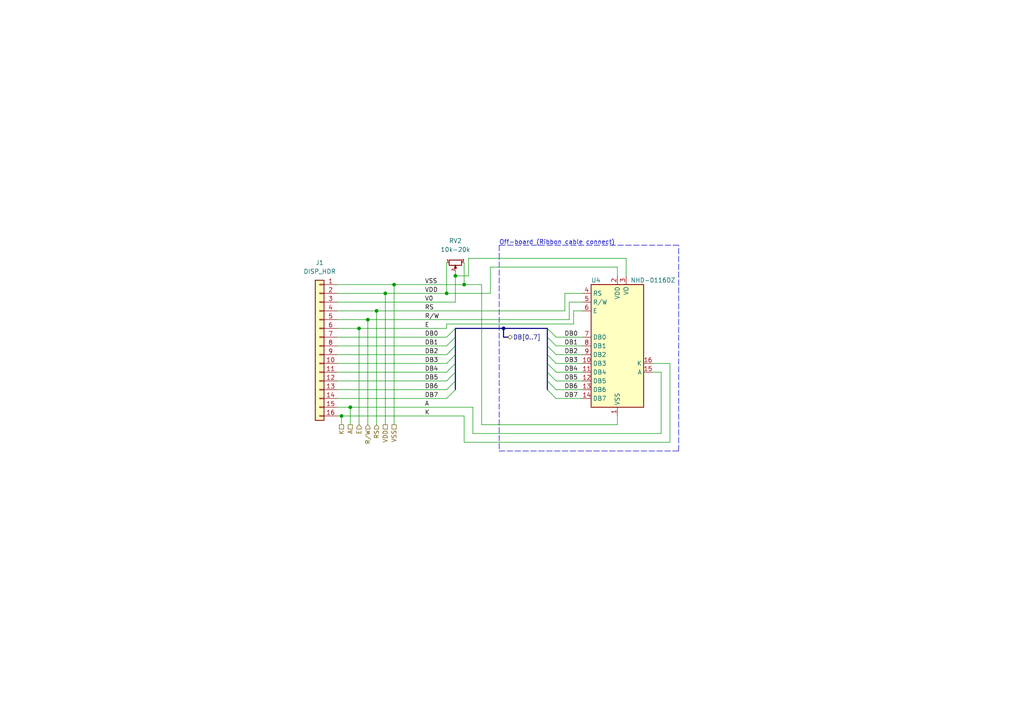
<source format=kicad_sch>
(kicad_sch (version 20211123) (generator eeschema)
  (paper "A4")
  (title_block (title "Sunrise Clock Display Connection") (date "2023-01-04") (rev "0") (company "Microcode"))
  (lib_symbols
    (symbol "Connector_Generic:Conn_01x16" (pin_names (offset 1.016) hide)
      (property "Reference" "J" (at 0 20.32 0))
      (property "Value" "Conn_01x16" (at 0 -22.86 0))
      (symbol "Conn_01x16_1_1"
        (rectangle (start -1.27 -20.193) (end 0 -20.447) (stroke (width 0.1524)))
        (rectangle (start -1.27 -17.653) (end 0 -17.907) (stroke (width 0.1524)))
        (rectangle (start -1.27 -15.113) (end 0 -15.367) (stroke (width 0.1524)))
        (rectangle (start -1.27 -12.573) (end 0 -12.827) (stroke (width 0.1524)))
        (rectangle (start -1.27 -10.033) (end 0 -10.287) (stroke (width 0.1524)))
        (rectangle (start -1.27 -7.493) (end 0 -7.747) (stroke (width 0.1524)))
        (rectangle (start -1.27 -4.953) (end 0 -5.207) (stroke (width 0.1524)))
        (rectangle (start -1.27 -2.413) (end 0 -2.667) (stroke (width 0.1524)))
        (rectangle (start -1.27 0.127) (end 0 -0.127) (stroke (width 0.1524)))
        (rectangle (start -1.27 2.667) (end 0 2.413) (stroke (width 0.1524)))
        (rectangle (start -1.27 5.207) (end 0 4.953) (stroke (width 0.1524)))
        (rectangle (start -1.27 7.747) (end 0 7.493) (stroke (width 0.1524)))
        (rectangle (start -1.27 10.287) (end 0 10.033) (stroke (width 0.1524)))
        (rectangle (start -1.27 12.827) (end 0 12.573) (stroke (width 0.1524)))
        (rectangle (start -1.27 15.367) (end 0 15.113) (stroke (width 0.1524)))
        (rectangle (start -1.27 17.907) (end 0 17.653) (stroke (width 0.1524)))
        (rectangle (start -1.27 19.05) (end 1.27 -21.59) (stroke (width 0.254)) (fill (type background)))
        (pin passive line (at -5.08 17.78 0) (length 3.81) (name "Pin_1") (number "1"))
        (pin passive line (at -5.08 -5.08 0) (length 3.81) (name "Pin_10") (number "10"))
        (pin passive line (at -5.08 -7.62 0) (length 3.81) (name "Pin_11") (number "11"))
        (pin passive line (at -5.08 -10.16 0) (length 3.81) (name "Pin_12") (number "12"))
        (pin passive line (at -5.08 -12.7 0) (length 3.81) (name "Pin_13") (number "13"))
        (pin passive line (at -5.08 -15.24 0) (length 3.81) (name "Pin_14") (number "14"))
        (pin passive line (at -5.08 -17.78 0) (length 3.81) (name "Pin_15") (number "15"))
        (pin passive line (at -5.08 -20.32 0) (length 3.81) (name "Pin_16") (number "16"))
        (pin passive line (at -5.08 15.24 0) (length 3.81) (name "Pin_2") (number "2"))
        (pin passive line (at -5.08 12.7 0) (length 3.81) (name "Pin_3") (number "3"))
        (pin passive line (at -5.08 10.16 0) (length 3.81) (name "Pin_4") (number "4"))
        (pin passive line (at -5.08 7.62 0) (length 3.81) (name "Pin_5") (number "5"))
        (pin passive line (at -5.08 5.08 0) (length 3.81) (name "Pin_6") (number "6"))
        (pin passive line (at -5.08 2.54 0) (length 3.81) (name "Pin_7") (number "7"))
        (pin passive line (at -5.08 0 0) (length 3.81) (name "Pin_8") (number "8"))
        (pin passive line (at -5.08 -2.54 0) (length 3.81) (name "Pin_9") (number "9"))
      )
    )
    (symbol "Device:R_Potentiometer_Small" (pin_names (offset 1.016) hide)
      (property "Reference" "RV" (at -4.445 0 90))
      (property "Value" "R_Potentiometer_Small" (at -2.54 0 90))
      (symbol "R_Potentiometer_Small_0_1"
        (polyline (pts (xy 0.889 0) (xy 0.635 0) (xy 1.651 0.381) (xy 1.651 -0.381) (xy 0.635 0) (xy 0.889 0)) (fill (type outline)))
        (rectangle (start 0.762 1.8034) (end -0.762 -1.8034) (stroke (width 0.254)))
      )
      (symbol "R_Potentiometer_Small_1_1"
        (pin passive line (at 0 2.54 270) (length 0.635) (name "1") (number "1"))
        (pin passive line (at 2.54 0 180) (length 0.9906) (name "2") (number "2"))
        (pin passive line (at 0 -2.54 90) (length 0.635) (name "3") (number "3"))
      )
    )
    (symbol "custom:NHD-0116DZ"
      (property "Reference" "U" (at -6.35 19.05 0))
      (property "Value" "NHD-0116DZ" (at 5.08 19.05 0))
      (symbol "NHD-0116DZ_0_1"
        (rectangle (start -7.62 17.78) (end 7.62 -17.78) (stroke (width 0.254)) (fill (type background)))
      )
      (symbol "NHD-0116DZ_1_1"
        (pin power_in line (at 0 -20.32 90) (length 2.54) (name "VSS") (number "1"))
        (pin bidirectional line (at -10.16 -5.08 0) (length 2.54) (name "DB3") (number "10"))
        (pin bidirectional line (at -10.16 -7.62 0) (length 2.54) (name "DB4") (number "11"))
        (pin bidirectional line (at -10.16 -10.16 0) (length 2.54) (name "DB5") (number "12"))
        (pin bidirectional line (at -10.16 -12.7 0) (length 2.54) (name "DB6") (number "13"))
        (pin bidirectional line (at -10.16 -15.24 0) (length 2.54) (name "DB7") (number "14"))
        (pin passive line (at 10.16 -7.62 180) (length 2.54) (name "A") (number "15"))
        (pin passive line (at 10.16 -5.08 180) (length 2.54) (name "K") (number "16"))
        (pin power_in line (at 0 20.32 270) (length 2.54) (name "VDD") (number "2"))
        (pin power_in line (at 2.54 20.32 270) (length 2.54) (name "VO") (number "3"))
        (pin input line (at -10.16 15.24 0) (length 2.54) (name "RS") (number "4"))
        (pin input line (at -10.16 12.7 0) (length 2.54) (name "R/W") (number "5"))
        (pin input line (at -10.16 10.16 0) (length 2.54) (name "E") (number "6"))
        (pin bidirectional line (at -10.16 2.54 0) (length 2.54) (name "DB0") (number "7"))
        (pin bidirectional line (at -10.16 0 0) (length 2.54) (name "DB1") (number "8"))
        (pin bidirectional line (at -10.16 -2.54 0) (length 2.54) (name "DB2") (number "9"))
      )
    )
  )
  (junction (at 99.06 120.65))
  (junction (at 104.14 95.25))
  (junction (at 146.05 95.25))
  (junction (at 132.08 80.01))
  (junction (at 114.3 82.55))
  (junction (at 106.68 92.71))
  (junction (at 109.22 90.17))
  (junction (at 129.54 85.09))
  (junction (at 134.62 82.55))
  (junction (at 111.76 85.09))
  (junction (at 101.6 118.11))
  (bus_entry (at 161.29 107.95) (size -2.54 -2.54))
  (bus_entry (at 161.29 100.33) (size -2.54 -2.54))
  (bus_entry (at 129.54 105.41) (size 2.54 -2.54))
  (bus_entry (at 161.29 113.03) (size -2.54 -2.54))
  (bus_entry (at 129.54 115.57) (size 2.54 -2.54))
  (bus_entry (at 129.54 100.33) (size 2.54 -2.54))
  (bus_entry (at 161.29 115.57) (size -2.54 -2.54))
  (bus_entry (at 161.29 102.87) (size -2.54 -2.54))
  (bus_entry (at 129.54 107.95) (size 2.54 -2.54))
  (bus_entry (at 161.29 110.49) (size -2.54 -2.54))
  (bus_entry (at 161.29 105.41) (size -2.54 -2.54))
  (bus_entry (at 129.54 97.79) (size 2.54 -2.54))
  (bus_entry (at 129.54 113.03) (size 2.54 -2.54))
  (bus_entry (at 129.54 102.87) (size 2.54 -2.54))
  (bus_entry (at 129.54 110.49) (size 2.54 -2.54))
  (bus_entry (at 161.29 97.79) (size -2.54 -2.54))
  (wire (pts (xy 168.91 102.87) (xy 161.29 102.87)))
  (wire (pts (xy 101.6 118.11) (xy 101.6 123.19)))
  (bus (pts (xy 132.08 107.95) (xy 132.08 105.41)))
  (bus (pts (xy 158.75 97.79) (xy 158.75 100.33)))
  (bus (pts (xy 158.75 107.95) (xy 158.75 110.49)))
  (wire (pts (xy 191.77 125.73) (xy 137.16 125.73)))
  (bus (pts (xy 158.75 105.41) (xy 158.75 107.95)))
  (wire (pts (xy 134.62 76.2) (xy 134.62 82.55)))
  (wire (pts (xy 139.7 123.19) (xy 179.07 123.19)))
  (wire (pts (xy 194.31 128.27) (xy 134.62 128.27)))
  (bus (pts (xy 132.08 97.79) (xy 132.08 95.25)))
  (wire (pts (xy 179.07 77.47) (xy 142.24 77.47)))
  (wire (pts (xy 114.3 82.55) (xy 134.62 82.55)))
  (bus (pts (xy 146.05 95.25) (xy 158.75 95.25)))
  (wire (pts (xy 104.14 95.25) (xy 129.54 95.25)))
  (wire (pts (xy 165.1 87.63) (xy 168.91 87.63)))
  (bus (pts (xy 158.75 110.49) (xy 158.75 113.03)))
  (wire (pts (xy 181.61 74.93) (xy 181.61 80.01)))
  (wire (pts (xy 97.79 118.11) (xy 101.6 118.11)))
  (wire (pts (xy 132.08 87.63) (xy 132.08 80.01)))
  (wire (pts (xy 111.76 85.09) (xy 129.54 85.09)))
  (bus (pts (xy 158.75 95.25) (xy 158.75 97.79)))
  (wire (pts (xy 165.1 92.71) (xy 165.1 87.63)))
  (wire (pts (xy 97.79 110.49) (xy 129.54 110.49)))
  (wire (pts (xy 137.16 125.73) (xy 137.16 118.11)))
  (wire (pts (xy 97.79 87.63) (xy 132.08 87.63)))
  (wire (pts (xy 135.89 74.93) (xy 135.89 80.01)))
  (polyline (pts (xy 196.85 71.12) (xy 144.78 71.12)))
  (wire (pts (xy 168.91 113.03) (xy 161.29 113.03)))
  (wire (pts (xy 97.79 115.57) (xy 129.54 115.57)))
  (bus (pts (xy 158.75 100.33) (xy 158.75 102.87)))
  (wire (pts (xy 97.79 90.17) (xy 109.22 90.17)))
  (wire (pts (xy 97.79 113.03) (xy 129.54 113.03)))
  (polyline (pts (xy 196.85 130.81) (xy 196.85 71.12)))
  (wire (pts (xy 168.91 100.33) (xy 161.29 100.33)))
  (wire (pts (xy 168.91 97.79) (xy 161.29 97.79)))
  (bus (pts (xy 132.08 100.33) (xy 132.08 97.79)))
  (polyline (pts (xy 144.78 71.12) (xy 144.78 73.66)))
  (wire (pts (xy 97.79 120.65) (xy 99.06 120.65)))
  (wire (pts (xy 163.83 85.09) (xy 168.91 85.09)))
  (wire (pts (xy 168.91 115.57) (xy 161.29 115.57)))
  (wire (pts (xy 132.08 80.01) (xy 132.08 78.74)))
  (wire (pts (xy 163.83 90.17) (xy 163.83 85.09)))
  (wire (pts (xy 97.79 102.87) (xy 129.54 102.87)))
  (wire (pts (xy 139.7 82.55) (xy 139.7 123.19)))
  (wire (pts (xy 129.54 93.98) (xy 166.37 93.98)))
  (wire (pts (xy 101.6 118.11) (xy 137.16 118.11)))
  (bus (pts (xy 132.08 105.41) (xy 132.08 102.87)))
  (bus (pts (xy 132.08 110.49) (xy 132.08 107.95)))
  (wire (pts (xy 179.07 80.01) (xy 179.07 77.47)))
  (bus (pts (xy 132.08 95.25) (xy 146.05 95.25)))
  (wire (pts (xy 97.79 105.41) (xy 129.54 105.41)))
  (bus (pts (xy 147.32 97.79) (xy 146.05 97.79)))
  (wire (pts (xy 166.37 90.17) (xy 168.91 90.17)))
  (wire (pts (xy 109.22 90.17) (xy 109.22 123.19)))
  (polyline (pts (xy 144.78 73.66) (xy 144.78 130.81)))
  (wire (pts (xy 134.62 128.27) (xy 134.62 120.65)))
  (wire (pts (xy 191.77 107.95) (xy 191.77 125.73)))
  (bus (pts (xy 146.05 97.79) (xy 146.05 95.25)))
  (wire (pts (xy 106.68 92.71) (xy 165.1 92.71)))
  (wire (pts (xy 97.79 100.33) (xy 129.54 100.33)))
  (wire (pts (xy 97.79 97.79) (xy 129.54 97.79)))
  (wire (pts (xy 181.61 74.93) (xy 135.89 74.93)))
  (wire (pts (xy 179.07 123.19) (xy 179.07 120.65)))
  (bus (pts (xy 132.08 102.87) (xy 132.08 100.33)))
  (wire (pts (xy 97.79 92.71) (xy 106.68 92.71)))
  (wire (pts (xy 97.79 82.55) (xy 114.3 82.55)))
  (wire (pts (xy 189.23 105.41) (xy 194.31 105.41)))
  (wire (pts (xy 114.3 82.55) (xy 114.3 123.19)))
  (wire (pts (xy 189.23 107.95) (xy 191.77 107.95)))
  (wire (pts (xy 97.79 95.25) (xy 104.14 95.25)))
  (wire (pts (xy 134.62 82.55) (xy 139.7 82.55)))
  (wire (pts (xy 129.54 85.09) (xy 142.24 85.09)))
  (wire (pts (xy 194.31 105.41) (xy 194.31 128.27)))
  (wire (pts (xy 99.06 120.65) (xy 134.62 120.65)))
  (wire (pts (xy 97.79 85.09) (xy 111.76 85.09)))
  (wire (pts (xy 168.91 105.41) (xy 161.29 105.41)))
  (wire (pts (xy 142.24 77.47) (xy 142.24 85.09)))
  (wire (pts (xy 111.76 85.09) (xy 111.76 123.19)))
  (wire (pts (xy 168.91 107.95) (xy 161.29 107.95)))
  (polyline (pts (xy 144.78 130.81) (xy 196.85 130.81)))
  (wire (pts (xy 135.89 80.01) (xy 132.08 80.01)))
  (wire (pts (xy 97.79 107.95) (xy 129.54 107.95)))
  (bus (pts (xy 158.75 102.87) (xy 158.75 105.41)))
  (wire (pts (xy 166.37 93.98) (xy 166.37 90.17)))
  (wire (pts (xy 104.14 95.25) (xy 104.14 123.19)))
  (wire (pts (xy 129.54 95.25) (xy 129.54 93.98)))
  (wire (pts (xy 129.54 76.2) (xy 129.54 85.09)))
  (bus (pts (xy 132.08 113.03) (xy 132.08 110.49)))
  (wire (pts (xy 106.68 92.71) (xy 106.68 123.19)))
  (wire (pts (xy 99.06 120.65) (xy 99.06 123.19)))
  (wire (pts (xy 109.22 90.17) (xy 163.83 90.17)))
  (wire (pts (xy 168.91 110.49) (xy 161.29 110.49)))
  (text "Off-board (Ribbon cable connect)" (at 144.78 71.12 0) (effects (font (size 1.27 1.27)) (justify left bottom)))
  (label "DB7" (at 123.19 115.57 0))
  (label "DB2" (at 167.64 102.87 180))
  (label "K" (at 123.19 120.65 0))
  (label "DB0" (at 123.19 97.79 0))
  (label "DB6" (at 123.19 113.03 0))
  (label "DB5" (at 123.19 110.49 0))
  (label "DB2" (at 123.19 102.87 0))
  (label "DB5" (at 167.64 110.49 180))
  (label "VSS" (at 123.19 82.55 0))
  (label "DB4" (at 167.64 107.95 180))
  (label "A" (at 123.19 118.11 0))
  (label "DB4" (at 123.19 107.95 0))
  (label "V0" (at 123.19 87.63 0))
  (label "DB1" (at 123.19 100.33 0))
  (label "DB3" (at 123.19 105.41 0))
  (label "RS" (at 123.19 90.17 0))
  (label "DB0" (at 167.64 97.79 180))
  (label "DB6" (at 167.64 113.03 180))
  (label "DB1" (at 167.64 100.33 180))
  (label "DB3" (at 167.64 105.41 180))
  (label "E" (at 123.19 95.25 0))
  (label "VDD" (at 123.19 85.09 0))
  (label "DB7" (at 167.64 115.57 180))
  (label "R{slash}W" (at 123.19 92.71 0))
  (hierarchical_label "K" (shape passive) (at 99.06 123.19 270))
  (hierarchical_label "E" (shape input) (at 104.14 123.19 270))
  (hierarchical_label "VDD" (shape passive) (at 111.76 123.19 270))
  (hierarchical_label "DB[0..7]" (shape tri_state) (at 147.32 97.79 0))
  (hierarchical_label "RS" (shape input) (at 109.22 123.19 270))
  (hierarchical_label "A" (shape passive) (at 101.6 123.19 270))
  (hierarchical_label "VSS" (shape passive) (at 114.3 123.19 270))
  (hierarchical_label "R{slash}W" (shape input) (at 106.68 123.19 270))
  (symbol (lib_id "Connector_Generic:Conn_01x16") (at 92.71 100.33 0) (mirror y) (unit 1)
    (property "Reference" "J1" (at 92.71 76.2 0))
    (property "Value" "DISP_HDR" (at 92.71 78.74 0))
    (property "Footprint" "Connector_PinHeader_2.54mm:PinHeader_1x16_P2.54mm_Vertical" (effects hide))
  )
  (symbol (lib_id "Device:R_Potentiometer_Small") (at 132.08 76.2 90) (mirror x) (unit 1)
    (property "Reference" "RV2" (at 132.08 69.85 90))
    (property "Value" "10k-20k" (at 132.08 72.39 90))
    (property "Footprint" "Potentiometer_SMD:Potentiometer_Bourns_3314J_Vertical" (effects hide))
  )
  (symbol (lib_id "custom:NHD-0116DZ") (at 179.07 100.33 0) (unit 1) (on_board no)
    (property "Reference" "U4" (at 171.45 81.28 0) (effects (justify left)))
    (property "Value" "NHD-0116DZ" (at 182.88 81.28 0) (effects (justify left)))
    (property "Footprint" "Display:WC1602A" (effects hide))
    (property "Datasheet" "https://newhavendisplay.com/content/specs/NHD-0116DZ-NSW-BBW.pdf" (effects hide))
  )
)
</source>
